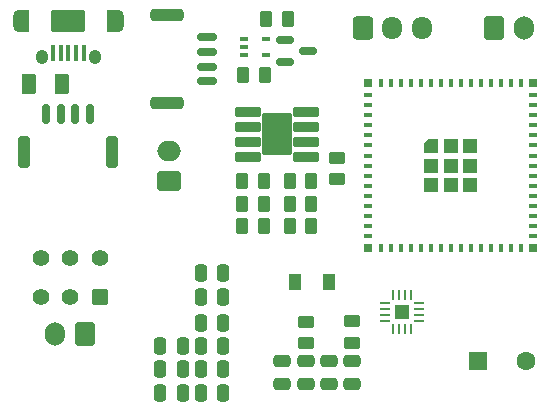
<source format=gbr>
%TF.GenerationSoftware,KiCad,Pcbnew,9.0.0*%
%TF.CreationDate,2025-05-13T10:19:15-05:00*%
%TF.ProjectId,Refraction Cell Circuit,52656672-6163-4746-996f-6e2043656c6c,rev?*%
%TF.SameCoordinates,Original*%
%TF.FileFunction,Soldermask,Top*%
%TF.FilePolarity,Negative*%
%FSLAX46Y46*%
G04 Gerber Fmt 4.6, Leading zero omitted, Abs format (unit mm)*
G04 Created by KiCad (PCBNEW 9.0.0) date 2025-05-13 10:19:15*
%MOMM*%
%LPD*%
G01*
G04 APERTURE LIST*
G04 Aperture macros list*
%AMRoundRect*
0 Rectangle with rounded corners*
0 $1 Rounding radius*
0 $2 $3 $4 $5 $6 $7 $8 $9 X,Y pos of 4 corners*
0 Add a 4 corners polygon primitive as box body*
4,1,4,$2,$3,$4,$5,$6,$7,$8,$9,$2,$3,0*
0 Add four circle primitives for the rounded corners*
1,1,$1+$1,$2,$3*
1,1,$1+$1,$4,$5*
1,1,$1+$1,$6,$7*
1,1,$1+$1,$8,$9*
0 Add four rect primitives between the rounded corners*
20,1,$1+$1,$2,$3,$4,$5,0*
20,1,$1+$1,$4,$5,$6,$7,0*
20,1,$1+$1,$6,$7,$8,$9,0*
20,1,$1+$1,$8,$9,$2,$3,0*%
%AMOutline5P*
0 Free polygon, 5 corners , with rotation*
0 The origin of the aperture is its center*
0 number of corners: always 5*
0 $1 to $10 corner X, Y*
0 $11 Rotation angle, in degrees counterclockwise*
0 create outline with 5 corners*
4,1,5,$1,$2,$3,$4,$5,$6,$7,$8,$9,$10,$1,$2,$11*%
%AMOutline6P*
0 Free polygon, 6 corners , with rotation*
0 The origin of the aperture is its center*
0 number of corners: always 6*
0 $1 to $12 corner X, Y*
0 $13 Rotation angle, in degrees counterclockwise*
0 create outline with 6 corners*
4,1,6,$1,$2,$3,$4,$5,$6,$7,$8,$9,$10,$11,$12,$1,$2,$13*%
%AMOutline7P*
0 Free polygon, 7 corners , with rotation*
0 The origin of the aperture is its center*
0 number of corners: always 7*
0 $1 to $14 corner X, Y*
0 $15 Rotation angle, in degrees counterclockwise*
0 create outline with 7 corners*
4,1,7,$1,$2,$3,$4,$5,$6,$7,$8,$9,$10,$11,$12,$13,$14,$1,$2,$15*%
%AMOutline8P*
0 Free polygon, 8 corners , with rotation*
0 The origin of the aperture is its center*
0 number of corners: always 8*
0 $1 to $16 corner X, Y*
0 $17 Rotation angle, in degrees counterclockwise*
0 create outline with 8 corners*
4,1,8,$1,$2,$3,$4,$5,$6,$7,$8,$9,$10,$11,$12,$13,$14,$15,$16,$1,$2,$17*%
G04 Aperture macros list end*
%ADD10RoundRect,0.250000X0.250000X0.475000X-0.250000X0.475000X-0.250000X-0.475000X0.250000X-0.475000X0*%
%ADD11RoundRect,0.250000X0.262500X0.450000X-0.262500X0.450000X-0.262500X-0.450000X0.262500X-0.450000X0*%
%ADD12RoundRect,0.100000X0.100000X0.575000X-0.100000X0.575000X-0.100000X-0.575000X0.100000X-0.575000X0*%
%ADD13O,1.000000X1.900000*%
%ADD14R,0.875000X1.900000*%
%ADD15O,1.050000X1.250000*%
%ADD16RoundRect,0.250000X1.200000X0.700000X-1.200000X0.700000X-1.200000X-0.700000X1.200000X-0.700000X0*%
%ADD17RoundRect,0.250000X-0.475000X0.250000X-0.475000X-0.250000X0.475000X-0.250000X0.475000X0.250000X0*%
%ADD18RoundRect,0.250000X-0.450000X0.262500X-0.450000X-0.262500X0.450000X-0.262500X0.450000X0.262500X0*%
%ADD19RoundRect,0.233280X-0.893720X-0.198720X0.893720X-0.198720X0.893720X0.198720X-0.893720X0.198720X0*%
%ADD20RoundRect,0.102000X-1.205000X-1.650000X1.205000X-1.650000X1.205000X1.650000X-1.205000X1.650000X0*%
%ADD21RoundRect,0.250000X-0.250000X-0.475000X0.250000X-0.475000X0.250000X0.475000X-0.250000X0.475000X0*%
%ADD22RoundRect,0.062500X-0.350000X-0.062500X0.350000X-0.062500X0.350000X0.062500X-0.350000X0.062500X0*%
%ADD23RoundRect,0.062500X-0.062500X-0.350000X0.062500X-0.350000X0.062500X0.350000X-0.062500X0.350000X0*%
%ADD24R,1.230000X1.230000*%
%ADD25RoundRect,0.250000X-0.600000X-0.725000X0.600000X-0.725000X0.600000X0.725000X-0.600000X0.725000X0*%
%ADD26O,1.700000X1.950000*%
%ADD27RoundRect,0.250000X-0.375000X-0.625000X0.375000X-0.625000X0.375000X0.625000X-0.375000X0.625000X0*%
%ADD28RoundRect,0.100000X-0.225000X-0.100000X0.225000X-0.100000X0.225000X0.100000X-0.225000X0.100000X0*%
%ADD29R,1.600000X1.600000*%
%ADD30C,1.600000*%
%ADD31RoundRect,0.250000X-0.262500X-0.450000X0.262500X-0.450000X0.262500X0.450000X-0.262500X0.450000X0*%
%ADD32R,0.800000X0.400000*%
%ADD33R,0.400000X0.800000*%
%ADD34Outline5P,-0.600000X0.204000X-0.204000X0.600000X0.600000X0.600000X0.600000X-0.600000X-0.600000X-0.600000X0.000000*%
%ADD35R,1.200000X1.200000*%
%ADD36R,0.800000X0.800000*%
%ADD37RoundRect,0.250000X0.450000X-0.262500X0.450000X0.262500X-0.450000X0.262500X-0.450000X-0.262500X0*%
%ADD38RoundRect,0.150000X0.700000X-0.150000X0.700000X0.150000X-0.700000X0.150000X-0.700000X-0.150000X0*%
%ADD39RoundRect,0.250000X1.150000X-0.250000X1.150000X0.250000X-1.150000X0.250000X-1.150000X-0.250000X0*%
%ADD40RoundRect,0.250000X-0.600000X-0.750000X0.600000X-0.750000X0.600000X0.750000X-0.600000X0.750000X0*%
%ADD41O,1.700000X2.000000*%
%ADD42R,1.000000X1.400000*%
%ADD43RoundRect,0.150000X-0.150000X-0.700000X0.150000X-0.700000X0.150000X0.700000X-0.150000X0.700000X0*%
%ADD44RoundRect,0.250000X-0.250000X-1.100000X0.250000X-1.100000X0.250000X1.100000X-0.250000X1.100000X0*%
%ADD45RoundRect,0.250000X0.750000X-0.600000X0.750000X0.600000X-0.750000X0.600000X-0.750000X-0.600000X0*%
%ADD46O,2.000000X1.700000*%
%ADD47RoundRect,0.250000X0.450000X0.450000X-0.450000X0.450000X-0.450000X-0.450000X0.450000X-0.450000X0*%
%ADD48C,1.400000*%
%ADD49RoundRect,0.150000X-0.587500X-0.150000X0.587500X-0.150000X0.587500X0.150000X-0.587500X0.150000X0*%
%ADD50RoundRect,0.250000X0.600000X0.750000X-0.600000X0.750000X-0.600000X-0.750000X0.600000X-0.750000X0*%
G04 APERTURE END LIST*
D10*
%TO.C,C2*%
X142410000Y-109810000D03*
X140510000Y-109810000D03*
%TD*%
D11*
%TO.C,R12*%
X149872500Y-100040000D03*
X148047500Y-100040000D03*
%TD*%
D12*
%TO.C,REF\u002A\u002A*%
X128003750Y-89185000D03*
X128653750Y-89185000D03*
X129303750Y-89185000D03*
X129953750Y-89185000D03*
D13*
X133478750Y-86510000D03*
D14*
X133041250Y-86510000D03*
D15*
X131528750Y-89510000D03*
D16*
X129303750Y-86510000D03*
D15*
X127078750Y-89510000D03*
D14*
X125566250Y-86510000D03*
D13*
X125128750Y-86510000D03*
D12*
X130603750Y-89185000D03*
%TD*%
D17*
%TO.C,C12*%
X151360000Y-115285000D03*
X151360000Y-117185000D03*
%TD*%
D10*
%TO.C,C6*%
X142410000Y-113985000D03*
X140510000Y-113985000D03*
%TD*%
%TO.C,C1*%
X142410000Y-107835000D03*
X140510000Y-107835000D03*
%TD*%
D18*
%TO.C,2\u03A9*%
X153360000Y-111910000D03*
X153360000Y-113735000D03*
%TD*%
D19*
%TO.C,U3*%
X144537500Y-94140000D03*
X144537500Y-95410000D03*
X144537500Y-96680000D03*
X144537500Y-97950000D03*
X149397500Y-97950000D03*
X149397500Y-96680000D03*
X149397500Y-95410000D03*
X149397500Y-94140000D03*
D20*
X146967500Y-96045000D03*
%TD*%
D11*
%TO.C,R10*%
X149872500Y-101940000D03*
X148047500Y-101940000D03*
%TD*%
D10*
%TO.C,C7*%
X142410000Y-112010000D03*
X140510000Y-112010000D03*
%TD*%
D21*
%TO.C,C16*%
X137085000Y-115960000D03*
X138985000Y-115960000D03*
%TD*%
D17*
%TO.C,C10*%
X147410000Y-115272500D03*
X147410000Y-117172500D03*
%TD*%
%TO.C,2x 10\u00B5f*%
X153335000Y-115285000D03*
X153335000Y-117185000D03*
%TD*%
D11*
%TO.C,R4*%
X149872500Y-103835000D03*
X148047500Y-103835000D03*
%TD*%
D10*
%TO.C,C9*%
X142410000Y-115960000D03*
X140510000Y-115960000D03*
%TD*%
D22*
%TO.C,U5*%
X156085000Y-110360000D03*
X156085000Y-110860000D03*
X156085000Y-111360000D03*
X156085000Y-111860000D03*
D23*
X156772500Y-112547500D03*
X157272500Y-112547500D03*
X157772500Y-112547500D03*
X158272500Y-112547500D03*
D22*
X158960000Y-111860000D03*
X158960000Y-111360000D03*
X158960000Y-110860000D03*
X158960000Y-110360000D03*
D23*
X158272500Y-109672500D03*
X157772500Y-109672500D03*
X157272500Y-109672500D03*
X156772500Y-109672500D03*
D24*
X157522500Y-111110000D03*
%TD*%
D25*
%TO.C,REF\u002A\u002A*%
X154235000Y-87035000D03*
D26*
X156735000Y-87035000D03*
X159235000Y-87035000D03*
%TD*%
D27*
%TO.C,REF\u002A\u002A*%
X125941250Y-91835000D03*
X128741250Y-91835000D03*
%TD*%
D28*
%TO.C,U4*%
X144147500Y-88035000D03*
X144147500Y-88685000D03*
X144147500Y-89335000D03*
X146047500Y-89335000D03*
X146047500Y-88035000D03*
%TD*%
D11*
%TO.C,R3*%
X145872500Y-103840000D03*
X144047500Y-103840000D03*
%TD*%
D29*
%TO.C,LS2*%
X164010000Y-115260000D03*
D30*
X168010000Y-115260000D03*
%TD*%
D31*
%TO.C,10k*%
X146047500Y-86335000D03*
X147872500Y-86335000D03*
%TD*%
D32*
%TO.C,U1*%
X154685000Y-92760000D03*
X154685000Y-93610000D03*
X154685000Y-94460000D03*
X154685000Y-95310000D03*
X154685000Y-96160000D03*
X154685000Y-97010000D03*
X154685000Y-97860000D03*
X154685000Y-98710000D03*
X154685000Y-99560000D03*
X154685000Y-100410000D03*
X154685000Y-101260000D03*
X154685000Y-102110000D03*
X154685000Y-102960000D03*
X154685000Y-103810000D03*
X154685000Y-104660000D03*
D33*
X155735000Y-105710000D03*
X156585000Y-105710000D03*
X157435000Y-105710000D03*
X158285000Y-105710000D03*
X159135000Y-105710000D03*
X159985000Y-105710000D03*
X160835000Y-105710000D03*
X161685000Y-105710000D03*
X162535000Y-105710000D03*
X163385000Y-105710000D03*
X164235000Y-105710000D03*
X165085000Y-105710000D03*
X165935000Y-105710000D03*
X166785000Y-105710000D03*
X167635000Y-105710000D03*
D32*
X168685000Y-104660000D03*
X168685000Y-103810000D03*
X168685000Y-102960000D03*
X168685000Y-102110000D03*
X168685000Y-101260000D03*
X168685000Y-100410000D03*
X168685000Y-99560000D03*
X168685000Y-98710000D03*
X168685000Y-97860000D03*
X168685000Y-97010000D03*
X168685000Y-96160000D03*
X168685000Y-95310000D03*
X168685000Y-94460000D03*
X168685000Y-93610000D03*
X168685000Y-92760000D03*
D33*
X167635000Y-91710000D03*
X166785000Y-91710000D03*
X165935000Y-91710000D03*
X165085000Y-91710000D03*
X164235000Y-91710000D03*
X163385000Y-91710000D03*
X162535000Y-91710000D03*
X161685000Y-91710000D03*
X160835000Y-91710000D03*
X159985000Y-91710000D03*
X159135000Y-91710000D03*
X158285000Y-91710000D03*
X157435000Y-91710000D03*
X156585000Y-91710000D03*
X155735000Y-91710000D03*
D34*
X160035000Y-97060000D03*
D35*
X160035000Y-98710000D03*
X160035000Y-100360000D03*
X161685000Y-97060000D03*
X161685000Y-98710000D03*
X161685000Y-100360000D03*
X163335000Y-97060000D03*
X163335000Y-98710000D03*
X163335000Y-100360000D03*
D36*
X154685000Y-91710000D03*
X154685000Y-105710000D03*
X168685000Y-105710000D03*
X168685000Y-91710000D03*
%TD*%
D37*
%TO.C,R7*%
X149410000Y-113747500D03*
X149410000Y-111922500D03*
%TD*%
D38*
%TO.C,REF\u002A\u002A*%
X141022500Y-91585000D03*
X141022500Y-89085000D03*
X141022500Y-87835000D03*
X141022500Y-90335000D03*
D39*
X137672500Y-93435000D03*
X137672500Y-85985000D03*
%TD*%
D40*
%TO.C,REF\u002A\u002A*%
X165360000Y-87035000D03*
D41*
X167860000Y-87035000D03*
%TD*%
D31*
%TO.C,R14*%
X144097500Y-91035000D03*
X145922500Y-91035000D03*
%TD*%
D11*
%TO.C,R5*%
X145872500Y-101940000D03*
X144047500Y-101940000D03*
%TD*%
%TO.C,R11*%
X145872500Y-100040000D03*
X144047500Y-100040000D03*
%TD*%
D17*
%TO.C,C11*%
X149385000Y-115272500D03*
X149385000Y-117172500D03*
%TD*%
D10*
%TO.C,C8*%
X142410000Y-117935000D03*
X140510000Y-117935000D03*
%TD*%
D18*
%TO.C,10k*%
X152085000Y-98060000D03*
X152085000Y-99885000D03*
%TD*%
D21*
%TO.C,C15*%
X137085000Y-117935000D03*
X138985000Y-117935000D03*
%TD*%
D42*
%TO.C,4.7\u202F\u00B5H1*%
X148535000Y-108610000D03*
X151335000Y-108610000D03*
%TD*%
D43*
%TO.C,REF\u002A\u002A*%
X127391250Y-94335000D03*
X128641250Y-94335000D03*
X129891250Y-94335000D03*
X131141250Y-94335000D03*
D44*
X125541250Y-97535000D03*
X132991250Y-97535000D03*
%TD*%
D45*
%TO.C,REF\u002A\u002A*%
X137835000Y-100010000D03*
D46*
X137835000Y-97510000D03*
%TD*%
D21*
%TO.C,3x 22uf*%
X137085000Y-113985000D03*
X138985000Y-113985000D03*
%TD*%
D47*
%TO.C,SW1*%
X131960000Y-109810000D03*
D48*
X129460000Y-109810000D03*
X129460000Y-106510000D03*
X126960000Y-109810000D03*
X126960000Y-106510000D03*
X131960000Y-106510000D03*
%TD*%
D49*
%TO.C,Q1*%
X147685000Y-88047500D03*
X147685000Y-89947500D03*
X149560000Y-88997500D03*
%TD*%
D50*
%TO.C,REF\u002A\u002A*%
X130710000Y-112977500D03*
D41*
X128210000Y-112977500D03*
%TD*%
M02*

</source>
